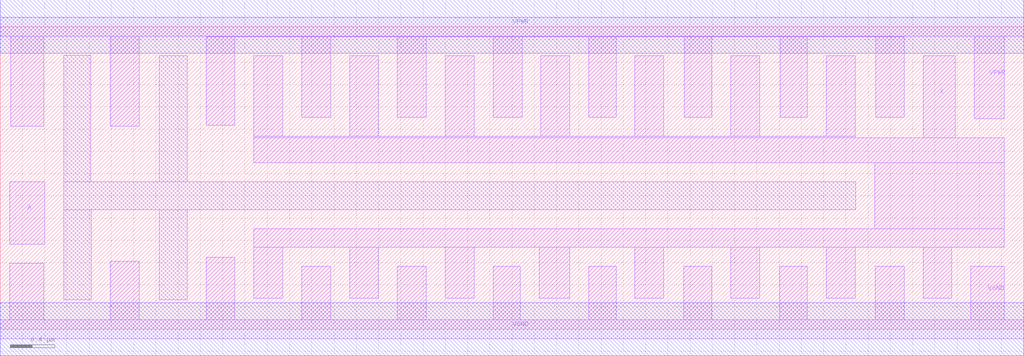
<source format=lef>
# Copyright 2020 The SkyWater PDK Authors
#
# Licensed under the Apache License, Version 2.0 (the "License");
# you may not use this file except in compliance with the License.
# You may obtain a copy of the License at
#
#     https://www.apache.org/licenses/LICENSE-2.0
#
# Unless required by applicable law or agreed to in writing, software
# distributed under the License is distributed on an "AS IS" BASIS,
# WITHOUT WARRANTIES OR CONDITIONS OF ANY KIND, either express or implied.
# See the License for the specific language governing permissions and
# limitations under the License.
#
# SPDX-License-Identifier: Apache-2.0

VERSION 5.5 ;
NAMESCASESENSITIVE ON ;
BUSBITCHARS "[]" ;
DIVIDERCHAR "/" ;
MACRO sky130_fd_sc_hd__clkbuf_16
  CLASS CORE ;
  SOURCE USER ;
  ORIGIN  0.000000  0.000000 ;
  SIZE  9.200000 BY  2.720000 ;
  SYMMETRY X Y R90 ;
  SITE unithd ;
  PIN A
    ANTENNAGATEAREA  0.852000 ;
    DIRECTION INPUT ;
    USE SIGNAL ;
    PORT
      LAYER li1 ;
        RECT 0.085000 0.765000 0.400000 1.325000 ;
    END
  END A
  PIN X
    ANTENNADIFFAREA  3.180800 ;
    DIRECTION OUTPUT ;
    USE SIGNAL ;
    PORT
      LAYER li1 ;
        RECT 2.280000 0.280000 2.540000 0.735000 ;
        RECT 2.280000 0.735000 9.025000 0.905000 ;
        RECT 2.280000 1.495000 9.025000 1.720000 ;
        RECT 2.280000 1.720000 7.685000 1.735000 ;
        RECT 2.280000 1.735000 2.540000 2.460000 ;
        RECT 3.140000 0.280000 3.400000 0.735000 ;
        RECT 3.140000 1.735000 3.400000 2.460000 ;
        RECT 4.000000 0.280000 4.260000 0.735000 ;
        RECT 4.000000 1.735000 4.260000 2.460000 ;
        RECT 4.845000 0.280000 5.120000 0.735000 ;
        RECT 4.860000 1.735000 5.120000 2.460000 ;
        RECT 5.705000 0.280000 5.965000 0.735000 ;
        RECT 5.705000 1.735000 5.965000 2.460000 ;
        RECT 6.565000 0.280000 6.825000 0.735000 ;
        RECT 6.565000 1.735000 6.825000 2.460000 ;
        RECT 7.425000 0.280000 7.685000 0.735000 ;
        RECT 7.425000 1.735000 7.685000 2.460000 ;
        RECT 7.860000 0.905000 9.025000 1.495000 ;
        RECT 8.295000 0.280000 8.555000 0.735000 ;
        RECT 8.295000 1.720000 8.585000 2.460000 ;
    END
  END X
  PIN VGND
    DIRECTION INOUT ;
    SHAPE ABUTMENT ;
    USE GROUND ;
    PORT
      LAYER li1 ;
        RECT 0.000000 -0.085000 9.200000 0.085000 ;
        RECT 0.085000  0.085000 0.390000 0.595000 ;
        RECT 0.990000  0.085000 1.250000 0.610000 ;
        RECT 1.850000  0.085000 2.110000 0.645000 ;
        RECT 2.710000  0.085000 2.970000 0.565000 ;
        RECT 3.570000  0.085000 3.830000 0.565000 ;
        RECT 4.430000  0.085000 4.675000 0.565000 ;
        RECT 5.290000  0.085000 5.535000 0.565000 ;
        RECT 6.145000  0.085000 6.395000 0.565000 ;
        RECT 7.005000  0.085000 7.255000 0.565000 ;
        RECT 7.865000  0.085000 8.125000 0.565000 ;
        RECT 8.725000  0.085000 9.025000 0.565000 ;
    END
    PORT
      LAYER met1 ;
        RECT 0.000000 -0.240000 9.200000 0.240000 ;
    END
  END VGND
  PIN VPWR
    DIRECTION INOUT ;
    SHAPE ABUTMENT ;
    USE POWER ;
    PORT
      LAYER li1 ;
        RECT 0.000000 2.635000 9.200000 2.805000 ;
        RECT 0.095000 1.825000 0.390000 2.635000 ;
        RECT 0.990000 1.825000 1.250000 2.635000 ;
        RECT 1.850000 1.835000 2.110000 2.630000 ;
        RECT 1.850000 2.630000 8.125000 2.635000 ;
        RECT 2.710000 1.905000 2.970000 2.630000 ;
        RECT 3.570000 1.905000 3.830000 2.630000 ;
        RECT 4.430000 1.905000 4.690000 2.630000 ;
        RECT 5.290000 1.905000 5.535000 2.630000 ;
        RECT 6.150000 1.905000 6.395000 2.630000 ;
        RECT 7.010000 1.905000 7.255000 2.630000 ;
        RECT 7.870000 1.905000 8.125000 2.630000 ;
        RECT 8.755000 1.890000 9.025000 2.635000 ;
    END
    PORT
      LAYER met1 ;
        RECT 0.000000 2.480000 9.200000 2.960000 ;
    END
  END VPWR
  OBS
    LAYER li1 ;
      RECT 0.570000 0.265000 0.820000 1.075000 ;
      RECT 0.570000 1.075000 7.690000 1.325000 ;
      RECT 0.570000 1.325000 0.815000 2.465000 ;
      RECT 1.430000 0.265000 1.680000 1.075000 ;
      RECT 1.430000 1.325000 1.680000 2.460000 ;
  END
END sky130_fd_sc_hd__clkbuf_16

</source>
